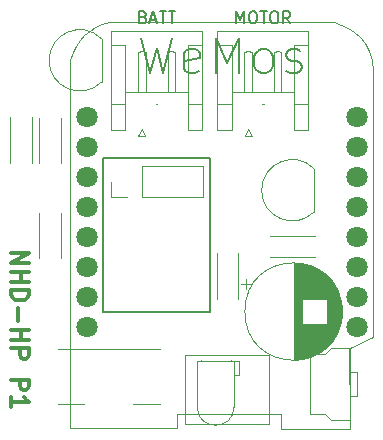
<source format=gbr>
%TF.GenerationSoftware,KiCad,Pcbnew,9.0.0*%
%TF.CreationDate,2025-04-30T15:49:22-03:00*%
%TF.ProjectId,Mini D1 Puck,4d696e69-2044-4312-9050-75636b2e6b69,rev?*%
%TF.SameCoordinates,Original*%
%TF.FileFunction,Legend,Top*%
%TF.FilePolarity,Positive*%
%FSLAX46Y46*%
G04 Gerber Fmt 4.6, Leading zero omitted, Abs format (unit mm)*
G04 Created by KiCad (PCBNEW 9.0.0) date 2025-04-30 15:49:22*
%MOMM*%
%LPD*%
G01*
G04 APERTURE LIST*
%ADD10C,0.300000*%
%ADD11C,0.200000*%
%ADD12C,0.150000*%
%ADD13C,0.100000*%
%ADD14C,0.120000*%
%ADD15C,1.800000*%
G04 APERTURE END LIST*
D10*
X170699171Y-71554510D02*
X172199171Y-71554510D01*
X172199171Y-71554510D02*
X170699171Y-72411653D01*
X170699171Y-72411653D02*
X172199171Y-72411653D01*
X170699171Y-73125939D02*
X172199171Y-73125939D01*
X171484885Y-73125939D02*
X171484885Y-73983082D01*
X170699171Y-73983082D02*
X172199171Y-73983082D01*
X170699171Y-74697368D02*
X172199171Y-74697368D01*
X172199171Y-74697368D02*
X172199171Y-75054511D01*
X172199171Y-75054511D02*
X172127742Y-75268797D01*
X172127742Y-75268797D02*
X171984885Y-75411654D01*
X171984885Y-75411654D02*
X171842028Y-75483083D01*
X171842028Y-75483083D02*
X171556314Y-75554511D01*
X171556314Y-75554511D02*
X171342028Y-75554511D01*
X171342028Y-75554511D02*
X171056314Y-75483083D01*
X171056314Y-75483083D02*
X170913457Y-75411654D01*
X170913457Y-75411654D02*
X170770600Y-75268797D01*
X170770600Y-75268797D02*
X170699171Y-75054511D01*
X170699171Y-75054511D02*
X170699171Y-74697368D01*
X171270600Y-76197368D02*
X171270600Y-77340226D01*
X170699171Y-78054511D02*
X172199171Y-78054511D01*
X171484885Y-78054511D02*
X171484885Y-78911654D01*
X170699171Y-78911654D02*
X172199171Y-78911654D01*
X170699171Y-79625940D02*
X172199171Y-79625940D01*
X172199171Y-79625940D02*
X172199171Y-80197369D01*
X172199171Y-80197369D02*
X172127742Y-80340226D01*
X172127742Y-80340226D02*
X172056314Y-80411655D01*
X172056314Y-80411655D02*
X171913457Y-80483083D01*
X171913457Y-80483083D02*
X171699171Y-80483083D01*
X171699171Y-80483083D02*
X171556314Y-80411655D01*
X171556314Y-80411655D02*
X171484885Y-80340226D01*
X171484885Y-80340226D02*
X171413457Y-80197369D01*
X171413457Y-80197369D02*
X171413457Y-79625940D01*
X170699171Y-82268797D02*
X172199171Y-82268797D01*
X172199171Y-82268797D02*
X172199171Y-82840226D01*
X172199171Y-82840226D02*
X172127742Y-82983083D01*
X172127742Y-82983083D02*
X172056314Y-83054512D01*
X172056314Y-83054512D02*
X171913457Y-83125940D01*
X171913457Y-83125940D02*
X171699171Y-83125940D01*
X171699171Y-83125940D02*
X171556314Y-83054512D01*
X171556314Y-83054512D02*
X171484885Y-82983083D01*
X171484885Y-82983083D02*
X171413457Y-82840226D01*
X171413457Y-82840226D02*
X171413457Y-82268797D01*
X170699171Y-84554512D02*
X170699171Y-83697369D01*
X170699171Y-84125940D02*
X172199171Y-84125940D01*
X172199171Y-84125940D02*
X171984885Y-83983083D01*
X171984885Y-83983083D02*
X171842028Y-83840226D01*
X171842028Y-83840226D02*
X171770600Y-83697369D01*
D11*
X178500000Y-63500000D02*
X187500000Y-63500000D01*
X187500000Y-76500000D01*
X178500000Y-76500000D01*
X178500000Y-63500000D01*
D12*
X181712857Y-53300057D02*
X182427143Y-56300057D01*
X182427143Y-56300057D02*
X182998571Y-54157200D01*
X182998571Y-54157200D02*
X183570000Y-56300057D01*
X183570000Y-56300057D02*
X184284286Y-53300057D01*
X186569999Y-56157200D02*
X186284285Y-56300057D01*
X186284285Y-56300057D02*
X185712857Y-56300057D01*
X185712857Y-56300057D02*
X185427142Y-56157200D01*
X185427142Y-56157200D02*
X185284285Y-55871485D01*
X185284285Y-55871485D02*
X185284285Y-54728628D01*
X185284285Y-54728628D02*
X185427142Y-54442914D01*
X185427142Y-54442914D02*
X185712857Y-54300057D01*
X185712857Y-54300057D02*
X186284285Y-54300057D01*
X186284285Y-54300057D02*
X186569999Y-54442914D01*
X186569999Y-54442914D02*
X186712857Y-54728628D01*
X186712857Y-54728628D02*
X186712857Y-55014342D01*
X186712857Y-55014342D02*
X185284285Y-55300057D01*
X187998571Y-56300057D02*
X187998571Y-53300057D01*
X187998571Y-53300057D02*
X188998571Y-55442914D01*
X188998571Y-55442914D02*
X189998571Y-53300057D01*
X189998571Y-53300057D02*
X189998571Y-56300057D01*
X191855714Y-56300057D02*
X191569999Y-56157200D01*
X191569999Y-56157200D02*
X191427142Y-56014342D01*
X191427142Y-56014342D02*
X191284285Y-55728628D01*
X191284285Y-55728628D02*
X191284285Y-54871485D01*
X191284285Y-54871485D02*
X191427142Y-54585771D01*
X191427142Y-54585771D02*
X191569999Y-54442914D01*
X191569999Y-54442914D02*
X191855714Y-54300057D01*
X191855714Y-54300057D02*
X192284285Y-54300057D01*
X192284285Y-54300057D02*
X192569999Y-54442914D01*
X192569999Y-54442914D02*
X192712857Y-54585771D01*
X192712857Y-54585771D02*
X192855714Y-54871485D01*
X192855714Y-54871485D02*
X192855714Y-55728628D01*
X192855714Y-55728628D02*
X192712857Y-56014342D01*
X192712857Y-56014342D02*
X192569999Y-56157200D01*
X192569999Y-56157200D02*
X192284285Y-56300057D01*
X192284285Y-56300057D02*
X191855714Y-56300057D01*
X193998571Y-56157200D02*
X194284285Y-56300057D01*
X194284285Y-56300057D02*
X194855714Y-56300057D01*
X194855714Y-56300057D02*
X195141428Y-56157200D01*
X195141428Y-56157200D02*
X195284285Y-55871485D01*
X195284285Y-55871485D02*
X195284285Y-55728628D01*
X195284285Y-55728628D02*
X195141428Y-55442914D01*
X195141428Y-55442914D02*
X194855714Y-55300057D01*
X194855714Y-55300057D02*
X194427143Y-55300057D01*
X194427143Y-55300057D02*
X194141428Y-55157200D01*
X194141428Y-55157200D02*
X193998571Y-54871485D01*
X193998571Y-54871485D02*
X193998571Y-54728628D01*
X193998571Y-54728628D02*
X194141428Y-54442914D01*
X194141428Y-54442914D02*
X194427143Y-54300057D01*
X194427143Y-54300057D02*
X194855714Y-54300057D01*
X194855714Y-54300057D02*
X195141428Y-54442914D01*
X181880952Y-51563509D02*
X182023809Y-51611128D01*
X182023809Y-51611128D02*
X182071428Y-51658747D01*
X182071428Y-51658747D02*
X182119047Y-51753985D01*
X182119047Y-51753985D02*
X182119047Y-51896842D01*
X182119047Y-51896842D02*
X182071428Y-51992080D01*
X182071428Y-51992080D02*
X182023809Y-52039700D01*
X182023809Y-52039700D02*
X181928571Y-52087319D01*
X181928571Y-52087319D02*
X181547619Y-52087319D01*
X181547619Y-52087319D02*
X181547619Y-51087319D01*
X181547619Y-51087319D02*
X181880952Y-51087319D01*
X181880952Y-51087319D02*
X181976190Y-51134938D01*
X181976190Y-51134938D02*
X182023809Y-51182557D01*
X182023809Y-51182557D02*
X182071428Y-51277795D01*
X182071428Y-51277795D02*
X182071428Y-51373033D01*
X182071428Y-51373033D02*
X182023809Y-51468271D01*
X182023809Y-51468271D02*
X181976190Y-51515890D01*
X181976190Y-51515890D02*
X181880952Y-51563509D01*
X181880952Y-51563509D02*
X181547619Y-51563509D01*
X182500000Y-51801604D02*
X182976190Y-51801604D01*
X182404762Y-52087319D02*
X182738095Y-51087319D01*
X182738095Y-51087319D02*
X183071428Y-52087319D01*
X183261905Y-51087319D02*
X183833333Y-51087319D01*
X183547619Y-52087319D02*
X183547619Y-51087319D01*
X184023810Y-51087319D02*
X184595238Y-51087319D01*
X184309524Y-52087319D02*
X184309524Y-51087319D01*
X189738095Y-52087319D02*
X189738095Y-51087319D01*
X189738095Y-51087319D02*
X190071428Y-51801604D01*
X190071428Y-51801604D02*
X190404761Y-51087319D01*
X190404761Y-51087319D02*
X190404761Y-52087319D01*
X191071428Y-51087319D02*
X191261904Y-51087319D01*
X191261904Y-51087319D02*
X191357142Y-51134938D01*
X191357142Y-51134938D02*
X191452380Y-51230176D01*
X191452380Y-51230176D02*
X191499999Y-51420652D01*
X191499999Y-51420652D02*
X191499999Y-51753985D01*
X191499999Y-51753985D02*
X191452380Y-51944461D01*
X191452380Y-51944461D02*
X191357142Y-52039700D01*
X191357142Y-52039700D02*
X191261904Y-52087319D01*
X191261904Y-52087319D02*
X191071428Y-52087319D01*
X191071428Y-52087319D02*
X190976190Y-52039700D01*
X190976190Y-52039700D02*
X190880952Y-51944461D01*
X190880952Y-51944461D02*
X190833333Y-51753985D01*
X190833333Y-51753985D02*
X190833333Y-51420652D01*
X190833333Y-51420652D02*
X190880952Y-51230176D01*
X190880952Y-51230176D02*
X190976190Y-51134938D01*
X190976190Y-51134938D02*
X191071428Y-51087319D01*
X191785714Y-51087319D02*
X192357142Y-51087319D01*
X192071428Y-52087319D02*
X192071428Y-51087319D01*
X192880952Y-51087319D02*
X193071428Y-51087319D01*
X193071428Y-51087319D02*
X193166666Y-51134938D01*
X193166666Y-51134938D02*
X193261904Y-51230176D01*
X193261904Y-51230176D02*
X193309523Y-51420652D01*
X193309523Y-51420652D02*
X193309523Y-51753985D01*
X193309523Y-51753985D02*
X193261904Y-51944461D01*
X193261904Y-51944461D02*
X193166666Y-52039700D01*
X193166666Y-52039700D02*
X193071428Y-52087319D01*
X193071428Y-52087319D02*
X192880952Y-52087319D01*
X192880952Y-52087319D02*
X192785714Y-52039700D01*
X192785714Y-52039700D02*
X192690476Y-51944461D01*
X192690476Y-51944461D02*
X192642857Y-51753985D01*
X192642857Y-51753985D02*
X192642857Y-51420652D01*
X192642857Y-51420652D02*
X192690476Y-51230176D01*
X192690476Y-51230176D02*
X192785714Y-51134938D01*
X192785714Y-51134938D02*
X192880952Y-51087319D01*
X194309523Y-52087319D02*
X193976190Y-51611128D01*
X193738095Y-52087319D02*
X193738095Y-51087319D01*
X193738095Y-51087319D02*
X194119047Y-51087319D01*
X194119047Y-51087319D02*
X194214285Y-51134938D01*
X194214285Y-51134938D02*
X194261904Y-51182557D01*
X194261904Y-51182557D02*
X194309523Y-51277795D01*
X194309523Y-51277795D02*
X194309523Y-51420652D01*
X194309523Y-51420652D02*
X194261904Y-51515890D01*
X194261904Y-51515890D02*
X194214285Y-51563509D01*
X194214285Y-51563509D02*
X194119047Y-51611128D01*
X194119047Y-51611128D02*
X193738095Y-51611128D01*
D13*
%TO.C,U1*%
X201346026Y-78623285D02*
X199402480Y-79584181D01*
X201321078Y-56068193D02*
X201346026Y-78623285D01*
X201205482Y-55175425D02*
X201321078Y-56068193D01*
X200977122Y-54420387D02*
X201205482Y-55175425D01*
X200649595Y-53788540D02*
X200977122Y-54420387D01*
X200236503Y-53265342D02*
X200649595Y-53788540D01*
X200001517Y-83636932D02*
X199384156Y-83636932D01*
X200001517Y-81643738D02*
X200001517Y-83636932D01*
X199751445Y-52836257D02*
X200236503Y-53265342D01*
X199402480Y-79584181D02*
X199372686Y-86392524D01*
X199387472Y-86437228D02*
X193576180Y-86437228D01*
X199366517Y-85647765D02*
X199313600Y-79562349D01*
X199348878Y-81643738D02*
X200001517Y-81643738D01*
X199313600Y-79562349D02*
X197761378Y-79562349D01*
X199208018Y-52486742D02*
X199751445Y-52836257D01*
X198619824Y-52202259D02*
X199208018Y-52486742D01*
X198000460Y-51968266D02*
X198619824Y-52202259D01*
X197796656Y-85647765D02*
X199366517Y-85647765D01*
X197761378Y-79562349D02*
X197232211Y-80091515D01*
X197267489Y-85153876D02*
X197796656Y-85647765D01*
X197232211Y-80091515D02*
X195979850Y-80091515D01*
X195979850Y-85153876D02*
X197267489Y-85153876D01*
X195979850Y-80091515D02*
X195979850Y-85153876D01*
X193576180Y-86437228D02*
X193549849Y-85153795D01*
X193549849Y-85153795D02*
X184718627Y-85160483D01*
X192529931Y-86025188D02*
X185390350Y-86025188D01*
X192529931Y-80211451D02*
X192529931Y-86025188D01*
X185390350Y-86025188D02*
X185390350Y-80211451D01*
X185390350Y-80211451D02*
X192529931Y-80211451D01*
X184720603Y-86362736D02*
X175639807Y-86336658D01*
X184718627Y-85160483D02*
X184720603Y-86362736D01*
X178962547Y-51997024D02*
X198000460Y-51968266D01*
X178364750Y-52182690D02*
X178962547Y-51997024D01*
X177820560Y-52429623D02*
X178364750Y-52182690D01*
X177329488Y-52737259D02*
X177820560Y-52429623D01*
X176891047Y-53105048D02*
X177329488Y-52737259D01*
X176504747Y-53532423D02*
X176891047Y-53105048D01*
X176170099Y-54018833D02*
X176504747Y-53532423D01*
X175886616Y-54563714D02*
X176170099Y-54018833D01*
X175653805Y-55166507D02*
X175886616Y-54563714D01*
X175639807Y-86336658D02*
X175653805Y-55166507D01*
D14*
%TO.C,R5*%
X174920000Y-68120000D02*
X174920000Y-71960000D01*
X173080000Y-68120000D02*
X173080000Y-71960000D01*
%TO.C,R4*%
X170580000Y-63880000D02*
X170580000Y-60040000D01*
X172420000Y-63880000D02*
X172420000Y-60040000D01*
%TO.C,R3*%
X173080000Y-63920000D02*
X173080000Y-60080000D01*
X174920000Y-63920000D02*
X174920000Y-60080000D01*
%TO.C,Q2*%
X178350000Y-57030000D02*
X178350000Y-53430000D01*
X178338478Y-57068478D02*
G75*
G02*
X173899999Y-55230000I-1838478J1838478D01*
G01*
X173900000Y-55230000D02*
G75*
G02*
X178338478Y-53391522I2600000J0D01*
G01*
%TO.C,BATT*%
X186860000Y-61142500D02*
X185640000Y-61142500D01*
X186860000Y-53942500D02*
X185640000Y-53942500D01*
X186860000Y-52722500D02*
X186860000Y-61142500D01*
X185640000Y-61142500D02*
X185640000Y-58942500D01*
X185640000Y-58942500D02*
X186860000Y-58942500D01*
X185640000Y-53942500D02*
X185640000Y-58942500D01*
X184570000Y-57942500D02*
X184250000Y-57942500D01*
X184570000Y-54522500D02*
X184570000Y-57942500D01*
X184250000Y-57942500D02*
X183930000Y-57942500D01*
X184250000Y-54442500D02*
X184570000Y-54522500D01*
X183930000Y-57942500D02*
X183930000Y-54522500D01*
X183930000Y-54522500D02*
X184250000Y-54442500D01*
X182920000Y-58942500D02*
X183080000Y-58942500D01*
X182070000Y-57942500D02*
X181750000Y-57942500D01*
X182070000Y-54522500D02*
X182070000Y-57942500D01*
X182050000Y-61632500D02*
X181750000Y-61032500D01*
X181750000Y-61032500D02*
X181450000Y-61632500D01*
X181750000Y-57942500D02*
X181430000Y-57942500D01*
X181750000Y-54442500D02*
X182070000Y-54522500D01*
X181450000Y-61632500D02*
X182050000Y-61632500D01*
X181430000Y-57942500D02*
X181430000Y-54522500D01*
X181430000Y-54522500D02*
X181750000Y-54442500D01*
X180360000Y-61142500D02*
X179140000Y-61142500D01*
X180360000Y-58942500D02*
X180360000Y-61142500D01*
X180360000Y-58942500D02*
X179140000Y-58942500D01*
X180360000Y-57942500D02*
X185640000Y-57942500D01*
X180360000Y-53942500D02*
X180360000Y-58942500D01*
X179140000Y-61142500D02*
X179140000Y-52722500D01*
X179140000Y-53942500D02*
X180360000Y-53942500D01*
X179140000Y-52722500D02*
X186860000Y-52722500D01*
%TO.C,C1*%
X198717349Y-76500000D02*
G75*
G02*
X190477349Y-76500000I-4120000J0D01*
G01*
X190477349Y-76500000D02*
G75*
G02*
X198717349Y-76500000I4120000J0D01*
G01*
X198678349Y-75967000D02*
X198678349Y-77033000D01*
X198638349Y-75732000D02*
X198638349Y-77268000D01*
X198598349Y-75552000D02*
X198598349Y-77448000D01*
X198558349Y-75402000D02*
X198558349Y-77598000D01*
X198518349Y-75271000D02*
X198518349Y-77729000D01*
X198478349Y-75154000D02*
X198478349Y-77846000D01*
X198438349Y-75047000D02*
X198438349Y-77953000D01*
X198398349Y-74948000D02*
X198398349Y-78052000D01*
X198358349Y-74855000D02*
X198358349Y-78145000D01*
X198318349Y-74769000D02*
X198318349Y-78231000D01*
X198278349Y-74687000D02*
X198278349Y-78313000D01*
X198238349Y-74610000D02*
X198238349Y-78390000D01*
X198198349Y-74536000D02*
X198198349Y-78464000D01*
X198158349Y-74466000D02*
X198158349Y-78534000D01*
X198118349Y-74398000D02*
X198118349Y-78602000D01*
X198078349Y-74334000D02*
X198078349Y-78666000D01*
X198038349Y-74272000D02*
X198038349Y-78728000D01*
X197998349Y-74213000D02*
X197998349Y-78787000D01*
X197958349Y-74155000D02*
X197958349Y-78845000D01*
X197918349Y-74100000D02*
X197918349Y-78900000D01*
X197878349Y-74046000D02*
X197878349Y-78954000D01*
X197838349Y-73995000D02*
X197838349Y-79005000D01*
X197798349Y-73944000D02*
X197798349Y-79056000D01*
X197758349Y-73896000D02*
X197758349Y-79104000D01*
X197718349Y-73849000D02*
X197718349Y-79151000D01*
X197678349Y-73803000D02*
X197678349Y-79197000D01*
X197638349Y-73759000D02*
X197638349Y-79241000D01*
X197598349Y-73716000D02*
X197598349Y-79284000D01*
X197558349Y-73674000D02*
X197558349Y-79326000D01*
X197518349Y-73633000D02*
X197518349Y-79367000D01*
X197478349Y-73593000D02*
X197478349Y-79407000D01*
X197438349Y-73555000D02*
X197438349Y-79445000D01*
X197398349Y-73517000D02*
X197398349Y-79483000D01*
X197358349Y-77540000D02*
X197358349Y-79519000D01*
X197358349Y-73481000D02*
X197358349Y-75460000D01*
X197318349Y-77540000D02*
X197318349Y-79555000D01*
X197318349Y-73445000D02*
X197318349Y-75460000D01*
X197278349Y-77540000D02*
X197278349Y-79590000D01*
X197278349Y-73410000D02*
X197278349Y-75460000D01*
X197238349Y-77540000D02*
X197238349Y-79624000D01*
X197238349Y-73376000D02*
X197238349Y-75460000D01*
X197198349Y-77540000D02*
X197198349Y-79656000D01*
X197198349Y-73344000D02*
X197198349Y-75460000D01*
X197158349Y-77540000D02*
X197158349Y-79689000D01*
X197158349Y-73311000D02*
X197158349Y-75460000D01*
X197118349Y-77540000D02*
X197118349Y-79720000D01*
X197118349Y-73280000D02*
X197118349Y-75460000D01*
X197078349Y-77540000D02*
X197078349Y-79750000D01*
X197078349Y-73250000D02*
X197078349Y-75460000D01*
X197038349Y-77540000D02*
X197038349Y-79780000D01*
X197038349Y-73220000D02*
X197038349Y-75460000D01*
X196998349Y-77540000D02*
X196998349Y-79809000D01*
X196998349Y-73191000D02*
X196998349Y-75460000D01*
X196958349Y-77540000D02*
X196958349Y-79838000D01*
X196958349Y-73162000D02*
X196958349Y-75460000D01*
X196918349Y-77540000D02*
X196918349Y-79865000D01*
X196918349Y-73135000D02*
X196918349Y-75460000D01*
X196878349Y-77540000D02*
X196878349Y-79892000D01*
X196878349Y-73108000D02*
X196878349Y-75460000D01*
X196838349Y-77540000D02*
X196838349Y-79918000D01*
X196838349Y-73082000D02*
X196838349Y-75460000D01*
X196798349Y-77540000D02*
X196798349Y-79944000D01*
X196798349Y-73056000D02*
X196798349Y-75460000D01*
X196758349Y-77540000D02*
X196758349Y-79969000D01*
X196758349Y-73031000D02*
X196758349Y-75460000D01*
X196718349Y-77540000D02*
X196718349Y-79993000D01*
X196718349Y-73007000D02*
X196718349Y-75460000D01*
X196678349Y-77540000D02*
X196678349Y-80017000D01*
X196678349Y-72983000D02*
X196678349Y-75460000D01*
X196638349Y-77540000D02*
X196638349Y-80040000D01*
X196638349Y-72960000D02*
X196638349Y-75460000D01*
X196598349Y-77540000D02*
X196598349Y-80062000D01*
X196598349Y-72938000D02*
X196598349Y-75460000D01*
X196558349Y-77540000D02*
X196558349Y-80084000D01*
X196558349Y-72916000D02*
X196558349Y-75460000D01*
X196518349Y-77540000D02*
X196518349Y-80106000D01*
X196518349Y-72894000D02*
X196518349Y-75460000D01*
X196478349Y-77540000D02*
X196478349Y-80127000D01*
X196478349Y-72873000D02*
X196478349Y-75460000D01*
X196438349Y-77540000D02*
X196438349Y-80147000D01*
X196438349Y-72853000D02*
X196438349Y-75460000D01*
X196398349Y-77540000D02*
X196398349Y-80166000D01*
X196398349Y-72834000D02*
X196398349Y-75460000D01*
X196358349Y-77540000D02*
X196358349Y-80186000D01*
X196358349Y-72814000D02*
X196358349Y-75460000D01*
X196318349Y-77540000D02*
X196318349Y-80204000D01*
X196318349Y-72796000D02*
X196318349Y-75460000D01*
X196278349Y-77540000D02*
X196278349Y-80222000D01*
X196278349Y-72778000D02*
X196278349Y-75460000D01*
X196238349Y-77540000D02*
X196238349Y-80240000D01*
X196238349Y-72760000D02*
X196238349Y-75460000D01*
X196198349Y-77540000D02*
X196198349Y-80257000D01*
X196198349Y-72743000D02*
X196198349Y-75460000D01*
X196158349Y-77540000D02*
X196158349Y-80274000D01*
X196158349Y-72726000D02*
X196158349Y-75460000D01*
X196118349Y-77540000D02*
X196118349Y-80290000D01*
X196118349Y-72710000D02*
X196118349Y-75460000D01*
X196078349Y-77540000D02*
X196078349Y-80305000D01*
X196078349Y-72695000D02*
X196078349Y-75460000D01*
X196038349Y-77540000D02*
X196038349Y-80321000D01*
X196038349Y-72679000D02*
X196038349Y-75460000D01*
X195998349Y-77540000D02*
X195998349Y-80335000D01*
X195998349Y-72665000D02*
X195998349Y-75460000D01*
X195958349Y-77540000D02*
X195958349Y-80350000D01*
X195958349Y-72650000D02*
X195958349Y-75460000D01*
X195918349Y-77540000D02*
X195918349Y-80363000D01*
X195918349Y-72637000D02*
X195918349Y-75460000D01*
X195878349Y-77540000D02*
X195878349Y-80377000D01*
X195878349Y-72623000D02*
X195878349Y-75460000D01*
X195838349Y-77540000D02*
X195838349Y-80389000D01*
X195838349Y-72611000D02*
X195838349Y-75460000D01*
X195798349Y-77540000D02*
X195798349Y-80402000D01*
X195798349Y-72598000D02*
X195798349Y-75460000D01*
X195758349Y-77540000D02*
X195758349Y-80414000D01*
X195758349Y-72586000D02*
X195758349Y-75460000D01*
X195718349Y-77540000D02*
X195718349Y-80425000D01*
X195718349Y-72575000D02*
X195718349Y-75460000D01*
X195678349Y-77540000D02*
X195678349Y-80436000D01*
X195678349Y-72564000D02*
X195678349Y-75460000D01*
X195638349Y-77540000D02*
X195638349Y-80447000D01*
X195638349Y-72553000D02*
X195638349Y-75460000D01*
X195598349Y-77540000D02*
X195598349Y-80457000D01*
X195598349Y-72543000D02*
X195598349Y-75460000D01*
X195558349Y-77540000D02*
X195558349Y-80467000D01*
X195558349Y-72533000D02*
X195558349Y-75460000D01*
X195518349Y-77540000D02*
X195518349Y-80476000D01*
X195518349Y-72524000D02*
X195518349Y-75460000D01*
X195478349Y-77540000D02*
X195478349Y-80485000D01*
X195478349Y-72515000D02*
X195478349Y-75460000D01*
X195438349Y-77540000D02*
X195438349Y-80494000D01*
X195438349Y-72506000D02*
X195438349Y-75460000D01*
X195398349Y-77540000D02*
X195398349Y-80502000D01*
X195398349Y-72498000D02*
X195398349Y-75460000D01*
X195358349Y-77540000D02*
X195358349Y-80510000D01*
X195358349Y-72490000D02*
X195358349Y-75460000D01*
X195318349Y-77540000D02*
X195318349Y-80517000D01*
X195318349Y-72483000D02*
X195318349Y-75460000D01*
X195277349Y-72476000D02*
X195277349Y-80524000D01*
X195237349Y-72470000D02*
X195237349Y-80530000D01*
X195197349Y-72463000D02*
X195197349Y-80537000D01*
X195157349Y-72458000D02*
X195157349Y-80542000D01*
X195117349Y-72452000D02*
X195117349Y-80548000D01*
X195077349Y-72448000D02*
X195077349Y-80552000D01*
X195037349Y-72443000D02*
X195037349Y-80557000D01*
X194997349Y-72439000D02*
X194997349Y-80561000D01*
X194957349Y-72435000D02*
X194957349Y-80565000D01*
X194917349Y-72432000D02*
X194917349Y-80568000D01*
X194877349Y-72429000D02*
X194877349Y-80571000D01*
X194837349Y-72426000D02*
X194837349Y-80574000D01*
X194797349Y-72424000D02*
X194797349Y-80576000D01*
X194757349Y-72423000D02*
X194757349Y-80577000D01*
X194717349Y-72421000D02*
X194717349Y-80579000D01*
X194677349Y-72420000D02*
X194677349Y-80580000D01*
X194637349Y-72420000D02*
X194637349Y-80580000D01*
X194597349Y-72420000D02*
X194597349Y-80580000D01*
X190587651Y-73785000D02*
X190587651Y-74585000D01*
X190187651Y-74185000D02*
X190987651Y-74185000D01*
%TO.C,SW1*%
X174700000Y-79700000D02*
X183300000Y-79700000D01*
X174700000Y-84300000D02*
X176900000Y-84300000D01*
X181000000Y-84300000D02*
X183300000Y-84300000D01*
%TO.C,J1*%
X179170000Y-66830000D02*
X179170000Y-65500000D01*
X180500000Y-66830000D02*
X179170000Y-66830000D01*
X181770000Y-66830000D02*
X186910000Y-66830000D01*
X181770000Y-66830000D02*
X181770000Y-64170000D01*
X186910000Y-66830000D02*
X186910000Y-64170000D01*
X181770000Y-64170000D02*
X186910000Y-64170000D01*
%TO.C,Q1*%
X196350000Y-68030000D02*
X196350000Y-64430000D01*
X191900000Y-66230000D02*
G75*
G02*
X196338478Y-64391522I2600000J0D01*
G01*
X196338478Y-68068478D02*
G75*
G02*
X191899999Y-66230000I-1838478J1838478D01*
G01*
%TO.C,D1*%
X186440000Y-80710000D02*
X186440000Y-84570000D01*
X186440000Y-80710000D02*
X189560000Y-80710000D01*
X186730000Y-80580000D02*
X186730000Y-80580000D01*
X186730000Y-80580000D02*
X186730000Y-80710000D01*
X186730000Y-80710000D02*
X186730000Y-80580000D01*
X186730000Y-80710000D02*
X186730000Y-80710000D01*
X189270000Y-80580000D02*
X189270000Y-80580000D01*
X189270000Y-80580000D02*
X189270000Y-80710000D01*
X189270000Y-80710000D02*
X189270000Y-80580000D01*
X189270000Y-80710000D02*
X189270000Y-80710000D01*
X189560000Y-80710000D02*
X189560000Y-84570000D01*
X189560000Y-80710000D02*
X189960000Y-80710000D01*
X189560000Y-81830000D02*
X189560000Y-80710000D01*
X189960000Y-80710000D02*
X189960000Y-81830000D01*
X189960000Y-81830000D02*
X189560000Y-81830000D01*
X189560000Y-84570000D02*
G75*
G02*
X186440000Y-84570000I-1560000J0D01*
G01*
%TO.C,R2*%
X188080000Y-71580000D02*
X188080000Y-75420000D01*
X189920000Y-71580000D02*
X189920000Y-75420000D01*
%TO.C,MOTOR*%
X188140000Y-52722500D02*
X195860000Y-52722500D01*
X188140000Y-53942500D02*
X189360000Y-53942500D01*
X188140000Y-61142500D02*
X188140000Y-52722500D01*
X189360000Y-53942500D02*
X189360000Y-58942500D01*
X189360000Y-57942500D02*
X194640000Y-57942500D01*
X189360000Y-58942500D02*
X188140000Y-58942500D01*
X189360000Y-58942500D02*
X189360000Y-61142500D01*
X189360000Y-61142500D02*
X188140000Y-61142500D01*
X190430000Y-54522500D02*
X190750000Y-54442500D01*
X190430000Y-57942500D02*
X190430000Y-54522500D01*
X190450000Y-61632500D02*
X191050000Y-61632500D01*
X190750000Y-54442500D02*
X191070000Y-54522500D01*
X190750000Y-57942500D02*
X190430000Y-57942500D01*
X190750000Y-61032500D02*
X190450000Y-61632500D01*
X191050000Y-61632500D02*
X190750000Y-61032500D01*
X191070000Y-54522500D02*
X191070000Y-57942500D01*
X191070000Y-57942500D02*
X190750000Y-57942500D01*
X191920000Y-58942500D02*
X192080000Y-58942500D01*
X192930000Y-54522500D02*
X193250000Y-54442500D01*
X192930000Y-57942500D02*
X192930000Y-54522500D01*
X193250000Y-54442500D02*
X193570000Y-54522500D01*
X193250000Y-57942500D02*
X192930000Y-57942500D01*
X193570000Y-54522500D02*
X193570000Y-57942500D01*
X193570000Y-57942500D02*
X193250000Y-57942500D01*
X194640000Y-53942500D02*
X194640000Y-58942500D01*
X194640000Y-58942500D02*
X195860000Y-58942500D01*
X194640000Y-61142500D02*
X194640000Y-58942500D01*
X195860000Y-52722500D02*
X195860000Y-61142500D01*
X195860000Y-53942500D02*
X194640000Y-53942500D01*
X195860000Y-61142500D02*
X194640000Y-61142500D01*
%TO.C,R1*%
X196420000Y-70080000D02*
X192580000Y-70080000D01*
X196420000Y-71920000D02*
X192580000Y-71920000D01*
%TD*%
D15*
%TO.C,U1*%
X200000000Y-77780000D03*
X200000000Y-75240000D03*
X200000000Y-72700000D03*
X200000000Y-70160000D03*
X200000000Y-67620000D03*
X200000000Y-65080000D03*
X200000000Y-62540000D03*
X200000000Y-60000000D03*
X177140000Y-60000000D03*
X177140000Y-62540000D03*
X177140000Y-65080000D03*
X177140000Y-67620000D03*
X177140000Y-70160000D03*
X177140000Y-72700000D03*
X177140000Y-75240000D03*
X177140000Y-77780000D03*
%TD*%
M02*

</source>
